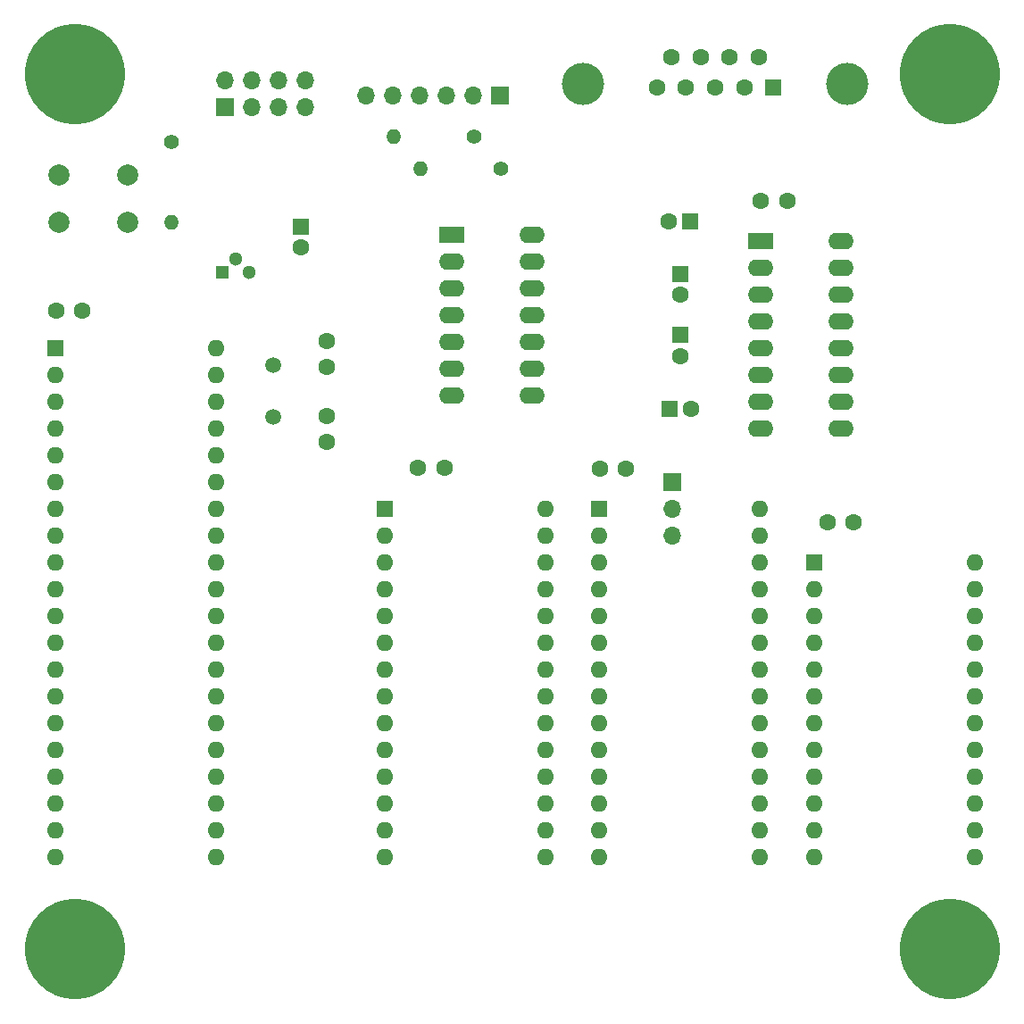
<source format=gts>
G04 #@! TF.GenerationSoftware,KiCad,Pcbnew,(6.0.1)*
G04 #@! TF.CreationDate,2022-09-12T09:28:13-04:00*
G04 #@! TF.ProjectId,SIMPLE-6802,53494d50-4c45-42d3-9638-30322e6b6963,1*
G04 #@! TF.SameCoordinates,Original*
G04 #@! TF.FileFunction,Soldermask,Top*
G04 #@! TF.FilePolarity,Negative*
%FSLAX46Y46*%
G04 Gerber Fmt 4.6, Leading zero omitted, Abs format (unit mm)*
G04 Created by KiCad (PCBNEW (6.0.1)) date 2022-09-12 09:28:13*
%MOMM*%
%LPD*%
G01*
G04 APERTURE LIST*
%ADD10O,1.600000X1.600000*%
%ADD11R,1.600000X1.600000*%
%ADD12C,4.000000*%
%ADD13C,1.600000*%
%ADD14R,2.400000X1.600000*%
%ADD15O,2.400000X1.600000*%
%ADD16R,1.300000X1.300000*%
%ADD17C,1.300000*%
%ADD18C,1.400000*%
%ADD19O,1.400000X1.400000*%
%ADD20C,9.525000*%
%ADD21R,1.700000X1.700000*%
%ADD22O,1.700000X1.700000*%
%ADD23C,2.000000*%
%ADD24C,1.500000*%
G04 APERTURE END LIST*
D10*
X108453000Y-80015000D03*
X108453000Y-82555000D03*
X108453000Y-85095000D03*
X108453000Y-87635000D03*
X108453000Y-90175000D03*
X108453000Y-92715000D03*
X108453000Y-95255000D03*
X108453000Y-97795000D03*
X108453000Y-100335000D03*
X108453000Y-102875000D03*
X108453000Y-105415000D03*
X108453000Y-107955000D03*
X108453000Y-110495000D03*
X108453000Y-113035000D03*
X108453000Y-115575000D03*
X108453000Y-118115000D03*
X108453000Y-120655000D03*
X108453000Y-123195000D03*
X108453000Y-125735000D03*
X108453000Y-128275000D03*
X93213000Y-128275000D03*
X93213000Y-125735000D03*
X93213000Y-123195000D03*
X93213000Y-120655000D03*
X93213000Y-118115000D03*
X93213000Y-115575000D03*
X93213000Y-113035000D03*
X93213000Y-110495000D03*
X93213000Y-107955000D03*
X93213000Y-105415000D03*
X93213000Y-102875000D03*
X93213000Y-100335000D03*
X93213000Y-97795000D03*
X93213000Y-95255000D03*
X93213000Y-92715000D03*
X93213000Y-90175000D03*
X93213000Y-87635000D03*
X93213000Y-85095000D03*
X93213000Y-82555000D03*
D11*
X93213000Y-80015000D03*
D12*
X143245000Y-54940000D03*
X168245000Y-54940000D03*
D11*
X161285000Y-55240000D03*
D13*
X158515000Y-55240000D03*
X155745000Y-55240000D03*
X152975000Y-55240000D03*
X150205000Y-55240000D03*
X159900000Y-52400000D03*
X157130000Y-52400000D03*
X154360000Y-52400000D03*
X151590000Y-52400000D03*
D14*
X160020000Y-69865000D03*
D15*
X160020000Y-72405000D03*
X160020000Y-74945000D03*
X160020000Y-77485000D03*
X160020000Y-80025000D03*
X160020000Y-82565000D03*
X160020000Y-85105000D03*
X160020000Y-87645000D03*
X167640000Y-87645000D03*
X167640000Y-85105000D03*
X167640000Y-82565000D03*
X167640000Y-80025000D03*
X167640000Y-77485000D03*
X167640000Y-74945000D03*
X167640000Y-72405000D03*
X167640000Y-69865000D03*
D16*
X108966000Y-72750000D03*
D17*
X110236000Y-71480000D03*
X111506000Y-72750000D03*
D13*
X130048000Y-91313000D03*
X127548000Y-91313000D03*
D18*
X104140000Y-60452000D03*
D19*
X104140000Y-68072000D03*
D13*
X95738000Y-76454000D03*
X93238000Y-76454000D03*
D20*
X95000000Y-54000000D03*
D13*
X118872000Y-79268000D03*
X118872000Y-81768000D03*
D21*
X109230000Y-57155000D03*
D22*
X109230000Y-54615000D03*
X111770000Y-57155000D03*
X111770000Y-54615000D03*
X114310000Y-57155000D03*
X114310000Y-54615000D03*
X116850000Y-57155000D03*
X116850000Y-54615000D03*
D13*
X147280000Y-91440000D03*
X144780000Y-91440000D03*
D11*
X124455000Y-95260000D03*
D10*
X124455000Y-97800000D03*
X124455000Y-100340000D03*
X124455000Y-102880000D03*
X124455000Y-105420000D03*
X124455000Y-107960000D03*
X124455000Y-110500000D03*
X124455000Y-113040000D03*
X124455000Y-115580000D03*
X124455000Y-118120000D03*
X124455000Y-120660000D03*
X124455000Y-123200000D03*
X124455000Y-125740000D03*
X124455000Y-128280000D03*
X139695000Y-128280000D03*
X139695000Y-125740000D03*
X139695000Y-123200000D03*
X139695000Y-120660000D03*
X139695000Y-118120000D03*
X139695000Y-115580000D03*
X139695000Y-113040000D03*
X139695000Y-110500000D03*
X139695000Y-107960000D03*
X139695000Y-105420000D03*
X139695000Y-102880000D03*
X139695000Y-100340000D03*
X139695000Y-97800000D03*
X139695000Y-95260000D03*
D11*
X152400000Y-72930000D03*
D13*
X152400000Y-74930000D03*
X118872000Y-88880000D03*
X118872000Y-86380000D03*
D11*
X165100000Y-100325000D03*
D10*
X165100000Y-102865000D03*
X165100000Y-105405000D03*
X165100000Y-107945000D03*
X165100000Y-110485000D03*
X165100000Y-113025000D03*
X165100000Y-115565000D03*
X165100000Y-118105000D03*
X165100000Y-120645000D03*
X165100000Y-123185000D03*
X165100000Y-125725000D03*
X165100000Y-128265000D03*
X180340000Y-128265000D03*
X180340000Y-125725000D03*
X180340000Y-123185000D03*
X180340000Y-120645000D03*
X180340000Y-118105000D03*
X180340000Y-115565000D03*
X180340000Y-113025000D03*
X180340000Y-110485000D03*
X180340000Y-107945000D03*
X180340000Y-105405000D03*
X180340000Y-102865000D03*
X180340000Y-100325000D03*
D11*
X152400000Y-78740000D03*
D13*
X152400000Y-80740000D03*
X162560000Y-66040000D03*
X160060000Y-66040000D03*
D20*
X95000000Y-137000000D03*
D21*
X135350000Y-56000000D03*
D22*
X132810000Y-56000000D03*
X130270000Y-56000000D03*
X127730000Y-56000000D03*
X125190000Y-56000000D03*
X122650000Y-56000000D03*
D11*
X144775000Y-95260000D03*
D10*
X144775000Y-97800000D03*
X144775000Y-100340000D03*
X144775000Y-102880000D03*
X144775000Y-105420000D03*
X144775000Y-107960000D03*
X144775000Y-110500000D03*
X144775000Y-113040000D03*
X144775000Y-115580000D03*
X144775000Y-118120000D03*
X144775000Y-120660000D03*
X144775000Y-123200000D03*
X144775000Y-125740000D03*
X144775000Y-128280000D03*
X160015000Y-128280000D03*
X160015000Y-125740000D03*
X160015000Y-123200000D03*
X160015000Y-120660000D03*
X160015000Y-118120000D03*
X160015000Y-115580000D03*
X160015000Y-113040000D03*
X160015000Y-110500000D03*
X160015000Y-107960000D03*
X160015000Y-105420000D03*
X160015000Y-102880000D03*
X160015000Y-100340000D03*
X160015000Y-97800000D03*
X160015000Y-95260000D03*
D23*
X93524000Y-63536000D03*
X100024000Y-63536000D03*
X93524000Y-68036000D03*
X100024000Y-68036000D03*
D14*
X130795000Y-69210000D03*
D15*
X130795000Y-71750000D03*
X130795000Y-74290000D03*
X130795000Y-76830000D03*
X130795000Y-79370000D03*
X130795000Y-81910000D03*
X130795000Y-84450000D03*
X138415000Y-84450000D03*
X138415000Y-81910000D03*
X138415000Y-79370000D03*
X138415000Y-76830000D03*
X138415000Y-74290000D03*
X138415000Y-71750000D03*
X138415000Y-69210000D03*
D20*
X178000000Y-54000000D03*
D18*
X132842000Y-59944000D03*
D19*
X125222000Y-59944000D03*
D20*
X178000000Y-137000000D03*
D11*
X116459000Y-68453000D03*
D13*
X116459000Y-70453000D03*
D11*
X151444888Y-85725000D03*
D13*
X153444888Y-85725000D03*
D21*
X151638000Y-92710000D03*
D22*
X151638000Y-95250000D03*
X151638000Y-97790000D03*
D18*
X135382000Y-62992000D03*
D19*
X127762000Y-62992000D03*
D24*
X113792000Y-86504000D03*
X113792000Y-81624000D03*
D13*
X168905000Y-96460000D03*
X166405000Y-96460000D03*
D11*
X153355113Y-67945000D03*
D13*
X151355113Y-67945000D03*
M02*

</source>
